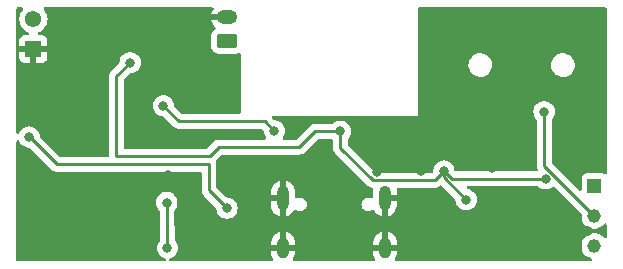
<source format=gbr>
%TF.GenerationSoftware,KiCad,Pcbnew,7.0.7*%
%TF.CreationDate,2024-02-01T23:59:20-06:00*%
%TF.ProjectId,Md-rev-1,4d642d72-6576-42d3-912e-6b696361645f,rev?*%
%TF.SameCoordinates,Original*%
%TF.FileFunction,Copper,L2,Bot*%
%TF.FilePolarity,Positive*%
%FSLAX46Y46*%
G04 Gerber Fmt 4.6, Leading zero omitted, Abs format (unit mm)*
G04 Created by KiCad (PCBNEW 7.0.7) date 2024-02-01 23:59:20*
%MOMM*%
%LPD*%
G01*
G04 APERTURE LIST*
G04 Aperture macros list*
%AMRoundRect*
0 Rectangle with rounded corners*
0 $1 Rounding radius*
0 $2 $3 $4 $5 $6 $7 $8 $9 X,Y pos of 4 corners*
0 Add a 4 corners polygon primitive as box body*
4,1,4,$2,$3,$4,$5,$6,$7,$8,$9,$2,$3,0*
0 Add four circle primitives for the rounded corners*
1,1,$1+$1,$2,$3*
1,1,$1+$1,$4,$5*
1,1,$1+$1,$6,$7*
1,1,$1+$1,$8,$9*
0 Add four rect primitives between the rounded corners*
20,1,$1+$1,$2,$3,$4,$5,0*
20,1,$1+$1,$4,$5,$6,$7,0*
20,1,$1+$1,$6,$7,$8,$9,0*
20,1,$1+$1,$8,$9,$2,$3,0*%
G04 Aperture macros list end*
%TA.AperFunction,ComponentPad*%
%ADD10R,1.160000X1.160000*%
%TD*%
%TA.AperFunction,ComponentPad*%
%ADD11C,1.160000*%
%TD*%
%TA.AperFunction,ComponentPad*%
%ADD12R,1.378000X1.378000*%
%TD*%
%TA.AperFunction,ComponentPad*%
%ADD13O,1.750000X1.200000*%
%TD*%
%TA.AperFunction,ComponentPad*%
%ADD14C,1.378000*%
%TD*%
%TA.AperFunction,ComponentPad*%
%ADD15RoundRect,0.250000X0.625000X-0.350000X0.625000X0.350000X-0.625000X0.350000X-0.625000X-0.350000X0*%
%TD*%
%TA.AperFunction,ComponentPad*%
%ADD16O,1.000000X2.100000*%
%TD*%
%TA.AperFunction,ComponentPad*%
%ADD17O,1.000000X1.800000*%
%TD*%
%TA.AperFunction,ViaPad*%
%ADD18C,0.800000*%
%TD*%
%TA.AperFunction,Conductor*%
%ADD19C,0.250000*%
%TD*%
G04 APERTURE END LIST*
D10*
%TO.P,,1*%
%TO.N,unconnected-(R9-Pad1)*%
X178940000Y-119260000D03*
%TD*%
D11*
%TO.P,,3*%
%TO.N,/OUTPUT*%
X178940000Y-124340000D03*
%TD*%
D12*
%TO.P,,1*%
%TO.N,GND*%
X131450000Y-107670000D03*
%TD*%
D13*
%TO.P,,2,2*%
%TO.N,GND*%
X147850000Y-105000000D03*
%TD*%
D14*
%TO.P,,2*%
%TO.N,VDD*%
X131450000Y-105130000D03*
%TD*%
D15*
%TO.P,,1,1*%
%TO.N,/VBAT*%
X147850000Y-107000000D03*
%TD*%
D11*
%TO.P,,2*%
%TO.N,Net-(J2-Pad2)*%
X178940000Y-121800000D03*
%TD*%
D16*
%TO.P,J1,S1,SHIELD*%
%TO.N,GND*%
X152580000Y-120325000D03*
D17*
X152580000Y-124505000D03*
D16*
X161220000Y-120325000D03*
D17*
X161220000Y-124505000D03*
%TD*%
D18*
%TO.N,Net-(D2-A)*%
X147840000Y-121160000D03*
X131080000Y-115130000D03*
%TO.N,GND*%
X170310000Y-117760000D03*
X164470000Y-114700000D03*
X170750000Y-114780000D03*
X179400000Y-114750000D03*
X145210000Y-123655000D03*
X160540000Y-118120000D03*
X161240000Y-114740000D03*
X142860000Y-118370000D03*
X178430000Y-123070000D03*
X173080000Y-105010000D03*
X164280000Y-117970000D03*
X167670000Y-114720000D03*
X168320000Y-123020000D03*
%TO.N,/5V*%
X142740000Y-120680000D03*
X142790000Y-124510000D03*
%TO.N,Net-(J2-Pad2)*%
X174690000Y-112980000D03*
%TO.N,/VBAT*%
X142450000Y-112480000D03*
X151850000Y-114620000D03*
%TO.N,VDD*%
X174820000Y-118660000D03*
X139630000Y-108830000D03*
X168080000Y-120420000D03*
X157430000Y-114640000D03*
X166200000Y-118010000D03*
%TD*%
D19*
%TO.N,Net-(D2-A)*%
X147840000Y-121160000D02*
X146310000Y-119630000D01*
X146310000Y-119630000D02*
X146310000Y-117450000D01*
X146310000Y-117450000D02*
X133460000Y-117450000D01*
X133460000Y-117450000D02*
X131140000Y-115130000D01*
X131080000Y-115130000D02*
X131080000Y-115070000D01*
X131140000Y-115130000D02*
X131080000Y-115130000D01*
X131080000Y-115070000D02*
X131140000Y-115130000D01*
%TO.N,/5V*%
X142790000Y-124510000D02*
X142740000Y-124510000D01*
X142740000Y-120680000D02*
X142790000Y-124510000D01*
%TO.N,Net-(J2-Pad2)*%
X174690000Y-112980000D02*
X174690000Y-117550000D01*
X174690000Y-117550000D02*
X178940000Y-121800000D01*
%TO.N,/VBAT*%
X143760000Y-113790000D02*
X142450000Y-112480000D01*
X151020000Y-113790000D02*
X143760000Y-113790000D01*
X151850000Y-114620000D02*
X151020000Y-113790000D01*
%TO.N,VDD*%
X166200000Y-118540000D02*
X166200000Y-118010000D01*
X160215000Y-118795000D02*
X157440000Y-116020000D01*
X155314595Y-114640000D02*
X153974595Y-115980000D01*
X157430000Y-114640000D02*
X157440000Y-114670000D01*
X157440000Y-116020000D02*
X157430000Y-114640000D01*
X146360000Y-116740000D02*
X138470000Y-116740000D01*
X147120000Y-115980000D02*
X146360000Y-116740000D01*
X138470000Y-109990000D02*
X139630000Y-108830000D01*
X166200000Y-118010000D02*
X165415000Y-118795000D01*
X174820000Y-118660000D02*
X166850000Y-118660000D01*
X166850000Y-118660000D02*
X166200000Y-118010000D01*
X153974595Y-115980000D02*
X147120000Y-115980000D01*
X138470000Y-116740000D02*
X138470000Y-109990000D01*
X168080000Y-120420000D02*
X166200000Y-118540000D01*
X157430000Y-114640000D02*
X155314595Y-114640000D01*
X165415000Y-118795000D02*
X160215000Y-118795000D01*
%TD*%
%TA.AperFunction,Conductor*%
%TO.N,GND*%
G36*
X156752950Y-115285185D02*
G01*
X156798705Y-115337989D01*
X156809908Y-115388602D01*
X156813896Y-115939046D01*
X156812427Y-115952845D01*
X156813060Y-115952905D01*
X156812326Y-115960664D01*
X156814571Y-116032093D01*
X156814802Y-116063890D01*
X156815389Y-116068280D01*
X156815904Y-116074542D01*
X156817290Y-116118626D01*
X156823640Y-116140481D01*
X156827469Y-116158640D01*
X156830486Y-116181205D01*
X156830489Y-116181218D01*
X156847017Y-116222092D01*
X156849077Y-116228039D01*
X156861381Y-116270388D01*
X156861384Y-116270395D01*
X156872970Y-116289986D01*
X156881193Y-116306618D01*
X156889729Y-116327727D01*
X156915918Y-116363229D01*
X156919381Y-116368460D01*
X156941829Y-116406419D01*
X156957923Y-116422513D01*
X156970024Y-116436576D01*
X156983545Y-116454906D01*
X157017730Y-116482771D01*
X157022390Y-116486980D01*
X158369198Y-117833788D01*
X159714194Y-119178784D01*
X159724019Y-119191048D01*
X159724240Y-119190866D01*
X159729210Y-119196873D01*
X159729213Y-119196876D01*
X159729214Y-119196877D01*
X159779651Y-119244241D01*
X159800530Y-119265120D01*
X159806004Y-119269366D01*
X159810442Y-119273156D01*
X159844418Y-119305062D01*
X159844422Y-119305064D01*
X159861973Y-119314713D01*
X159878231Y-119325392D01*
X159894064Y-119337674D01*
X159913086Y-119345905D01*
X159936837Y-119356183D01*
X159942081Y-119358752D01*
X159982908Y-119381197D01*
X160002312Y-119386179D01*
X160020710Y-119392478D01*
X160039105Y-119400438D01*
X160085129Y-119407726D01*
X160090832Y-119408907D01*
X160135981Y-119420500D01*
X160143539Y-119422441D01*
X160143200Y-119423758D01*
X160199665Y-119448379D01*
X160238447Y-119506498D01*
X160241551Y-119568437D01*
X160220000Y-119673308D01*
X160220000Y-120194615D01*
X160200315Y-120261654D01*
X160147511Y-120307409D01*
X160078353Y-120317353D01*
X160048548Y-120309176D01*
X159940239Y-120264314D01*
X159940237Y-120264313D01*
X159940236Y-120264313D01*
X159920039Y-120261654D01*
X159827727Y-120249500D01*
X159827720Y-120249500D01*
X159752280Y-120249500D01*
X159752272Y-120249500D01*
X159639764Y-120264313D01*
X159639763Y-120264313D01*
X159499770Y-120322300D01*
X159499767Y-120322301D01*
X159499767Y-120322302D01*
X159429985Y-120375848D01*
X159379549Y-120414549D01*
X159287300Y-120534770D01*
X159229313Y-120674763D01*
X159229312Y-120674765D01*
X159209534Y-120824999D01*
X159209534Y-120825000D01*
X159229312Y-120975234D01*
X159229313Y-120975236D01*
X159287124Y-121114805D01*
X159287302Y-121115233D01*
X159379549Y-121235451D01*
X159499767Y-121327698D01*
X159639764Y-121385687D01*
X159752280Y-121400500D01*
X159752287Y-121400500D01*
X159827713Y-121400500D01*
X159827720Y-121400500D01*
X159940236Y-121385687D01*
X160080233Y-121327698D01*
X160139578Y-121282160D01*
X160204746Y-121256966D01*
X160273191Y-121271004D01*
X160323181Y-121319817D01*
X160323483Y-121320358D01*
X160395005Y-121449215D01*
X160395005Y-121449216D01*
X160527478Y-121603530D01*
X160527479Y-121603531D01*
X160688304Y-121728018D01*
X160870907Y-121817589D01*
X160970000Y-121843244D01*
X160970000Y-121279978D01*
X160989685Y-121212939D01*
X161042489Y-121167184D01*
X161111647Y-121157240D01*
X161127926Y-121160709D01*
X161191840Y-121178895D01*
X161303521Y-121168546D01*
X161303526Y-121168543D01*
X161312063Y-121166115D01*
X161381930Y-121166701D01*
X161440390Y-121204966D01*
X161468881Y-121268763D01*
X161470000Y-121285381D01*
X161470000Y-121848366D01*
X161471944Y-121848069D01*
X161471945Y-121848069D01*
X161662660Y-121777436D01*
X161662664Y-121777434D01*
X161835267Y-121669850D01*
X161982668Y-121529735D01*
X161982669Y-121529733D01*
X162098856Y-121362804D01*
X162179059Y-121175907D01*
X162220000Y-120976690D01*
X162220000Y-120575000D01*
X161644000Y-120575000D01*
X161576961Y-120555315D01*
X161531206Y-120502511D01*
X161520000Y-120451000D01*
X161520000Y-120199000D01*
X161539685Y-120131961D01*
X161592489Y-120086206D01*
X161644000Y-120075000D01*
X162220000Y-120075000D01*
X162220000Y-119724286D01*
X162204581Y-119572666D01*
X162203923Y-119569462D01*
X162204072Y-119567661D01*
X162203945Y-119566407D01*
X162204178Y-119566383D01*
X162209710Y-119499832D01*
X162252222Y-119444384D01*
X162317963Y-119420722D01*
X162325385Y-119420500D01*
X165332257Y-119420500D01*
X165347877Y-119422224D01*
X165347904Y-119421939D01*
X165355660Y-119422671D01*
X165355667Y-119422673D01*
X165424814Y-119420500D01*
X165454350Y-119420500D01*
X165461228Y-119419630D01*
X165467041Y-119419172D01*
X165513627Y-119417709D01*
X165532869Y-119412117D01*
X165551912Y-119408174D01*
X165571792Y-119405664D01*
X165615122Y-119388507D01*
X165620646Y-119386617D01*
X165624396Y-119385527D01*
X165665390Y-119373618D01*
X165682629Y-119363422D01*
X165700103Y-119354862D01*
X165718727Y-119347488D01*
X165718727Y-119347487D01*
X165718732Y-119347486D01*
X165756449Y-119320082D01*
X165761305Y-119316892D01*
X165801420Y-119293170D01*
X165815589Y-119278999D01*
X165830379Y-119266368D01*
X165846587Y-119254594D01*
X165846590Y-119254589D01*
X165852274Y-119249254D01*
X165854316Y-119251428D01*
X165900589Y-119220133D01*
X165970439Y-119218494D01*
X166025986Y-119250577D01*
X167141038Y-120365629D01*
X167174523Y-120426952D01*
X167176678Y-120440348D01*
X167181987Y-120490857D01*
X167194326Y-120608256D01*
X167194327Y-120608259D01*
X167252818Y-120788277D01*
X167252821Y-120788284D01*
X167347467Y-120952216D01*
X167452576Y-121068951D01*
X167474129Y-121092888D01*
X167627265Y-121204148D01*
X167627270Y-121204151D01*
X167800192Y-121281142D01*
X167800197Y-121281144D01*
X167985354Y-121320500D01*
X167985355Y-121320500D01*
X168174644Y-121320500D01*
X168174646Y-121320500D01*
X168359803Y-121281144D01*
X168532730Y-121204151D01*
X168685871Y-121092888D01*
X168812533Y-120952216D01*
X168907179Y-120788284D01*
X168965674Y-120608256D01*
X168985460Y-120420000D01*
X168965674Y-120231744D01*
X168907179Y-120051716D01*
X168812533Y-119887784D01*
X168685871Y-119747112D01*
X168685870Y-119747111D01*
X168532734Y-119635851D01*
X168532729Y-119635848D01*
X168359807Y-119558857D01*
X168359802Y-119558855D01*
X168230857Y-119531448D01*
X168227760Y-119530789D01*
X168166279Y-119497598D01*
X168132503Y-119436435D01*
X168137155Y-119366720D01*
X168178759Y-119310588D01*
X168244107Y-119285859D01*
X168253542Y-119285500D01*
X174116252Y-119285500D01*
X174183291Y-119305185D01*
X174208400Y-119326526D01*
X174214126Y-119332885D01*
X174214130Y-119332889D01*
X174367265Y-119444148D01*
X174367270Y-119444151D01*
X174540192Y-119521142D01*
X174540197Y-119521144D01*
X174725354Y-119560500D01*
X174725355Y-119560500D01*
X174914644Y-119560500D01*
X174914646Y-119560500D01*
X175099803Y-119521144D01*
X175272730Y-119444151D01*
X175390684Y-119358453D01*
X175431129Y-119329068D01*
X175432275Y-119330646D01*
X175486884Y-119304439D01*
X175556220Y-119313063D01*
X175594547Y-119339137D01*
X177830716Y-121575306D01*
X177864201Y-121636629D01*
X177866506Y-121674427D01*
X177854871Y-121799997D01*
X177854870Y-121800000D01*
X177873346Y-121999391D01*
X177873347Y-121999393D01*
X177928145Y-122191989D01*
X177928151Y-122192004D01*
X178017401Y-122371241D01*
X178017406Y-122371249D01*
X178138081Y-122531049D01*
X178265386Y-122647102D01*
X178286064Y-122665952D01*
X178456316Y-122771368D01*
X178643040Y-122843705D01*
X178839877Y-122880500D01*
X178839879Y-122880500D01*
X179040121Y-122880500D01*
X179040123Y-122880500D01*
X179236960Y-122843705D01*
X179423684Y-122771368D01*
X179593936Y-122665952D01*
X179741920Y-122531047D01*
X179776546Y-122485193D01*
X179832654Y-122443559D01*
X179902366Y-122438866D01*
X179963548Y-122472608D01*
X179996776Y-122534071D01*
X179999500Y-122559921D01*
X179999500Y-123580078D01*
X179979815Y-123647117D01*
X179927011Y-123692872D01*
X179857853Y-123702816D01*
X179794297Y-123673791D01*
X179776546Y-123654805D01*
X179741918Y-123608951D01*
X179593937Y-123474049D01*
X179593936Y-123474048D01*
X179529100Y-123433903D01*
X179423685Y-123368632D01*
X179423683Y-123368631D01*
X179272721Y-123310149D01*
X179236960Y-123296295D01*
X179040123Y-123259500D01*
X178839877Y-123259500D01*
X178643040Y-123296295D01*
X178643037Y-123296295D01*
X178643037Y-123296296D01*
X178456316Y-123368631D01*
X178456314Y-123368632D01*
X178286062Y-123474049D01*
X178138081Y-123608950D01*
X178017406Y-123768750D01*
X178017401Y-123768758D01*
X177928151Y-123947995D01*
X177928145Y-123948010D01*
X177873347Y-124140606D01*
X177873346Y-124140608D01*
X177854870Y-124339999D01*
X177854870Y-124340000D01*
X177873346Y-124539391D01*
X177873347Y-124539393D01*
X177928145Y-124731989D01*
X177928151Y-124732004D01*
X178017401Y-124911241D01*
X178017406Y-124911249D01*
X178138081Y-125071049D01*
X178260764Y-125182888D01*
X178286064Y-125205952D01*
X178415733Y-125286240D01*
X178440202Y-125301391D01*
X178456316Y-125311368D01*
X178643040Y-125383705D01*
X178643044Y-125383705D01*
X178643045Y-125383706D01*
X178648547Y-125385272D01*
X178648200Y-125386489D01*
X178704820Y-125415278D01*
X178740095Y-125475590D01*
X178737162Y-125545398D01*
X178696954Y-125602539D01*
X178632236Y-125628870D01*
X178619756Y-125629500D01*
X162171497Y-125629500D01*
X162104458Y-125609815D01*
X162058703Y-125557011D01*
X162048759Y-125487853D01*
X162069722Y-125434663D01*
X162098856Y-125392804D01*
X162179059Y-125205907D01*
X162220000Y-125006690D01*
X162220000Y-124755000D01*
X161644000Y-124755000D01*
X161576961Y-124735315D01*
X161531206Y-124682511D01*
X161520000Y-124631000D01*
X161520000Y-124379000D01*
X161539685Y-124311961D01*
X161592489Y-124266206D01*
X161644000Y-124255000D01*
X162220000Y-124255000D01*
X162220000Y-124054286D01*
X162204581Y-123902661D01*
X162143700Y-123708618D01*
X162143695Y-123708608D01*
X162044994Y-123530784D01*
X162044994Y-123530783D01*
X161912521Y-123376469D01*
X161912520Y-123376468D01*
X161751695Y-123251981D01*
X161569093Y-123162411D01*
X161470000Y-123136753D01*
X161470000Y-123700021D01*
X161450315Y-123767060D01*
X161397511Y-123812815D01*
X161328353Y-123822759D01*
X161312066Y-123819287D01*
X161248162Y-123801105D01*
X161248162Y-123801104D01*
X161136475Y-123811454D01*
X161127931Y-123813885D01*
X161058064Y-123813297D01*
X160999606Y-123775028D01*
X160971118Y-123711230D01*
X160970000Y-123694618D01*
X160970000Y-123131633D01*
X160968053Y-123131931D01*
X160968047Y-123131933D01*
X160777342Y-123202562D01*
X160777335Y-123202565D01*
X160604732Y-123310149D01*
X160457331Y-123450264D01*
X160457330Y-123450266D01*
X160341143Y-123617195D01*
X160260940Y-123804092D01*
X160220000Y-124003309D01*
X160220000Y-124255000D01*
X160796000Y-124255000D01*
X160863039Y-124274685D01*
X160908794Y-124327489D01*
X160920000Y-124379000D01*
X160920000Y-124631000D01*
X160900315Y-124698039D01*
X160847511Y-124743794D01*
X160796000Y-124755000D01*
X160220000Y-124755000D01*
X160220000Y-124955713D01*
X160235418Y-125107338D01*
X160296299Y-125301381D01*
X160296304Y-125301391D01*
X160376193Y-125445322D01*
X160391516Y-125513491D01*
X160367553Y-125579122D01*
X160311910Y-125621379D01*
X160267774Y-125629500D01*
X153531497Y-125629500D01*
X153464458Y-125609815D01*
X153418703Y-125557011D01*
X153408759Y-125487853D01*
X153429722Y-125434663D01*
X153458856Y-125392804D01*
X153539059Y-125205907D01*
X153580000Y-125006690D01*
X153580000Y-124755000D01*
X153004000Y-124755000D01*
X152936961Y-124735315D01*
X152891206Y-124682511D01*
X152880000Y-124631000D01*
X152880000Y-124379000D01*
X152899685Y-124311961D01*
X152952489Y-124266206D01*
X153004000Y-124255000D01*
X153580000Y-124255000D01*
X153580000Y-124054286D01*
X153564581Y-123902661D01*
X153503700Y-123708618D01*
X153503695Y-123708608D01*
X153404994Y-123530784D01*
X153404994Y-123530783D01*
X153272521Y-123376469D01*
X153272520Y-123376468D01*
X153111695Y-123251981D01*
X152929093Y-123162411D01*
X152830000Y-123136753D01*
X152830000Y-123700021D01*
X152810315Y-123767060D01*
X152757511Y-123812815D01*
X152688353Y-123822759D01*
X152672066Y-123819287D01*
X152608162Y-123801105D01*
X152608162Y-123801104D01*
X152496475Y-123811454D01*
X152487931Y-123813885D01*
X152418064Y-123813297D01*
X152359606Y-123775028D01*
X152331118Y-123711230D01*
X152330000Y-123694618D01*
X152330000Y-123131633D01*
X152328053Y-123131931D01*
X152328047Y-123131933D01*
X152137342Y-123202562D01*
X152137335Y-123202565D01*
X151964732Y-123310149D01*
X151817331Y-123450264D01*
X151817330Y-123450266D01*
X151701143Y-123617195D01*
X151620940Y-123804092D01*
X151580000Y-124003309D01*
X151580000Y-124255000D01*
X152156000Y-124255000D01*
X152223039Y-124274685D01*
X152268794Y-124327489D01*
X152280000Y-124379000D01*
X152280000Y-124631000D01*
X152260315Y-124698039D01*
X152207511Y-124743794D01*
X152156000Y-124755000D01*
X151580000Y-124755000D01*
X151580000Y-124955713D01*
X151595418Y-125107338D01*
X151656299Y-125301381D01*
X151656304Y-125301391D01*
X151736193Y-125445322D01*
X151751516Y-125513491D01*
X151727553Y-125579122D01*
X151671910Y-125621379D01*
X151627774Y-125629500D01*
X143034113Y-125629500D01*
X142967074Y-125609815D01*
X142921319Y-125557011D01*
X142911375Y-125487853D01*
X142940400Y-125424297D01*
X142999178Y-125386523D01*
X143008332Y-125384210D01*
X143019445Y-125381847D01*
X143069803Y-125371144D01*
X143242730Y-125294151D01*
X143395871Y-125182888D01*
X143522533Y-125042216D01*
X143617179Y-124878284D01*
X143675674Y-124698256D01*
X143695460Y-124510000D01*
X143675674Y-124321744D01*
X143617179Y-124141716D01*
X143537270Y-124003309D01*
X143522535Y-123977787D01*
X143522534Y-123977786D01*
X143522533Y-123977784D01*
X143438156Y-123884074D01*
X143407928Y-123821086D01*
X143406319Y-123802733D01*
X143374563Y-121370249D01*
X143393370Y-121302960D01*
X143406400Y-121285662D01*
X143472533Y-121212216D01*
X143567179Y-121048284D01*
X143625674Y-120868256D01*
X143645460Y-120680000D01*
X143625674Y-120491744D01*
X143567179Y-120311716D01*
X143472533Y-120147784D01*
X143345871Y-120007112D01*
X143313953Y-119983922D01*
X143192734Y-119895851D01*
X143192729Y-119895848D01*
X143019807Y-119818857D01*
X143019802Y-119818855D01*
X142868948Y-119786791D01*
X142834646Y-119779500D01*
X142645354Y-119779500D01*
X142612897Y-119786398D01*
X142460197Y-119818855D01*
X142460192Y-119818857D01*
X142287270Y-119895848D01*
X142287265Y-119895851D01*
X142134129Y-120007111D01*
X142007466Y-120147785D01*
X141912821Y-120311715D01*
X141912818Y-120311722D01*
X141855831Y-120487111D01*
X141854326Y-120491744D01*
X141834540Y-120680000D01*
X141854326Y-120868256D01*
X141854327Y-120868259D01*
X141912818Y-121048277D01*
X141912821Y-121048284D01*
X142007467Y-121212216D01*
X142091840Y-121305922D01*
X142122070Y-121368912D01*
X142123679Y-121387274D01*
X142155435Y-123819748D01*
X142136628Y-123887039D01*
X142123597Y-123904338D01*
X142057466Y-123977785D01*
X141962821Y-124141715D01*
X141962818Y-124141722D01*
X141904327Y-124321740D01*
X141904326Y-124321744D01*
X141884540Y-124510000D01*
X141904326Y-124698256D01*
X141904327Y-124698259D01*
X141962818Y-124878277D01*
X141962821Y-124878284D01*
X142057467Y-125042216D01*
X142153213Y-125148552D01*
X142184129Y-125182888D01*
X142337265Y-125294148D01*
X142337270Y-125294151D01*
X142510192Y-125371142D01*
X142510197Y-125371144D01*
X142571668Y-125384210D01*
X142633150Y-125417402D01*
X142666926Y-125478565D01*
X142662274Y-125548280D01*
X142620669Y-125604412D01*
X142555322Y-125629141D01*
X142545887Y-125629500D01*
X130124500Y-125629500D01*
X130057461Y-125609815D01*
X130011706Y-125557011D01*
X130000500Y-125505500D01*
X130000500Y-115504625D01*
X130020185Y-115437586D01*
X130072989Y-115391831D01*
X130142147Y-115381887D01*
X130205703Y-115410912D01*
X130242431Y-115466308D01*
X130252817Y-115498275D01*
X130252821Y-115498284D01*
X130347467Y-115662216D01*
X130474128Y-115802888D01*
X130474129Y-115802888D01*
X130627265Y-115914148D01*
X130627270Y-115914151D01*
X130800192Y-115991142D01*
X130800197Y-115991144D01*
X130985354Y-116030500D01*
X131104548Y-116030500D01*
X131171587Y-116050185D01*
X131192229Y-116066819D01*
X132959197Y-117833788D01*
X132969022Y-117846051D01*
X132969243Y-117845869D01*
X132974214Y-117851878D01*
X133000217Y-117876295D01*
X133024635Y-117899226D01*
X133045529Y-117920120D01*
X133051011Y-117924373D01*
X133055443Y-117928157D01*
X133089418Y-117960062D01*
X133106976Y-117969714D01*
X133123235Y-117980395D01*
X133139064Y-117992673D01*
X133181838Y-118011182D01*
X133187056Y-118013738D01*
X133227908Y-118036197D01*
X133247316Y-118041180D01*
X133265717Y-118047480D01*
X133284104Y-118055437D01*
X133327488Y-118062308D01*
X133330119Y-118062725D01*
X133335839Y-118063909D01*
X133380981Y-118075500D01*
X133401016Y-118075500D01*
X133420414Y-118077026D01*
X133440194Y-118080159D01*
X133440195Y-118080160D01*
X133440195Y-118080159D01*
X133440196Y-118080160D01*
X133486583Y-118075775D01*
X133492422Y-118075500D01*
X145560500Y-118075500D01*
X145627539Y-118095185D01*
X145673294Y-118147989D01*
X145684500Y-118199500D01*
X145684500Y-119547255D01*
X145682775Y-119562872D01*
X145683061Y-119562899D01*
X145682326Y-119570665D01*
X145684500Y-119639814D01*
X145684500Y-119669343D01*
X145684501Y-119669360D01*
X145685368Y-119676231D01*
X145685826Y-119682050D01*
X145687290Y-119728624D01*
X145687291Y-119728627D01*
X145692880Y-119747867D01*
X145696824Y-119766911D01*
X145698415Y-119779500D01*
X145699336Y-119786791D01*
X145716490Y-119830119D01*
X145718382Y-119835647D01*
X145731382Y-119880390D01*
X145740525Y-119895851D01*
X145741580Y-119897634D01*
X145750138Y-119915103D01*
X145757514Y-119933732D01*
X145784898Y-119971423D01*
X145788106Y-119976307D01*
X145811827Y-120016416D01*
X145811833Y-120016424D01*
X145825990Y-120030580D01*
X145838628Y-120045376D01*
X145843233Y-120051715D01*
X145850406Y-120061587D01*
X145875481Y-120082331D01*
X145886309Y-120091288D01*
X145890620Y-120095210D01*
X146403666Y-120608256D01*
X146901038Y-121105628D01*
X146934523Y-121166951D01*
X146936678Y-121180347D01*
X146940028Y-121212216D01*
X146954326Y-121348256D01*
X146954327Y-121348259D01*
X147012818Y-121528277D01*
X147012821Y-121528284D01*
X147107467Y-121692216D01*
X147220354Y-121817589D01*
X147234129Y-121832888D01*
X147387265Y-121944148D01*
X147387270Y-121944151D01*
X147560192Y-122021142D01*
X147560197Y-122021144D01*
X147745354Y-122060500D01*
X147745355Y-122060500D01*
X147934644Y-122060500D01*
X147934646Y-122060500D01*
X148119803Y-122021144D01*
X148292730Y-121944151D01*
X148445871Y-121832888D01*
X148572533Y-121692216D01*
X148667179Y-121528284D01*
X148725674Y-121348256D01*
X148745460Y-121160000D01*
X148725674Y-120971744D01*
X148710718Y-120925713D01*
X151580000Y-120925713D01*
X151595418Y-121077338D01*
X151656299Y-121271381D01*
X151656304Y-121271391D01*
X151755005Y-121449215D01*
X151755005Y-121449216D01*
X151887478Y-121603530D01*
X151887479Y-121603531D01*
X152048304Y-121728018D01*
X152230907Y-121817589D01*
X152330000Y-121843244D01*
X152330000Y-121279978D01*
X152349685Y-121212939D01*
X152402489Y-121167184D01*
X152471647Y-121157240D01*
X152487926Y-121160709D01*
X152551840Y-121178895D01*
X152663521Y-121168546D01*
X152663526Y-121168543D01*
X152672063Y-121166115D01*
X152741930Y-121166701D01*
X152800390Y-121204966D01*
X152828881Y-121268763D01*
X152830000Y-121285381D01*
X152830000Y-121848366D01*
X152831944Y-121848069D01*
X152831945Y-121848069D01*
X153022660Y-121777436D01*
X153022664Y-121777434D01*
X153195267Y-121669850D01*
X153342668Y-121529735D01*
X153342669Y-121529733D01*
X153458855Y-121362805D01*
X153471921Y-121332358D01*
X153516447Y-121278513D01*
X153583015Y-121257289D01*
X153650491Y-121275423D01*
X153661359Y-121282880D01*
X153664981Y-121285659D01*
X153719767Y-121327698D01*
X153859764Y-121385687D01*
X153972280Y-121400500D01*
X153972287Y-121400500D01*
X154047713Y-121400500D01*
X154047720Y-121400500D01*
X154160236Y-121385687D01*
X154300233Y-121327698D01*
X154420451Y-121235451D01*
X154512698Y-121115233D01*
X154570687Y-120975236D01*
X154590466Y-120825000D01*
X154570687Y-120674764D01*
X154512698Y-120534767D01*
X154420451Y-120414549D01*
X154300233Y-120322302D01*
X154300229Y-120322300D01*
X154207274Y-120283797D01*
X154160236Y-120264313D01*
X154140039Y-120261654D01*
X154047727Y-120249500D01*
X154047720Y-120249500D01*
X153972280Y-120249500D01*
X153972272Y-120249500D01*
X153859764Y-120264313D01*
X153859760Y-120264314D01*
X153751452Y-120309176D01*
X153681982Y-120316645D01*
X153619503Y-120285369D01*
X153583852Y-120225280D01*
X153580000Y-120194615D01*
X153580000Y-119724286D01*
X153564581Y-119572661D01*
X153503700Y-119378618D01*
X153503695Y-119378608D01*
X153404994Y-119200784D01*
X153404994Y-119200783D01*
X153272521Y-119046469D01*
X153272520Y-119046468D01*
X153111695Y-118921981D01*
X152929093Y-118832411D01*
X152830000Y-118806753D01*
X152830000Y-119370021D01*
X152810315Y-119437060D01*
X152757511Y-119482815D01*
X152688353Y-119492759D01*
X152672066Y-119489287D01*
X152608162Y-119471105D01*
X152608162Y-119471104D01*
X152496475Y-119481454D01*
X152487931Y-119483885D01*
X152418064Y-119483297D01*
X152359606Y-119445028D01*
X152331118Y-119381230D01*
X152330000Y-119364618D01*
X152330000Y-118801633D01*
X152328053Y-118801931D01*
X152328047Y-118801933D01*
X152137342Y-118872562D01*
X152137335Y-118872565D01*
X151964732Y-118980149D01*
X151817331Y-119120264D01*
X151817330Y-119120266D01*
X151701143Y-119287195D01*
X151620940Y-119474092D01*
X151580000Y-119673309D01*
X151580000Y-120075000D01*
X152156000Y-120075000D01*
X152223039Y-120094685D01*
X152268794Y-120147489D01*
X152280000Y-120199000D01*
X152280000Y-120451000D01*
X152260315Y-120518039D01*
X152207511Y-120563794D01*
X152156000Y-120575000D01*
X151580000Y-120575000D01*
X151580000Y-120925713D01*
X148710718Y-120925713D01*
X148667179Y-120791716D01*
X148572533Y-120627784D01*
X148445871Y-120487112D01*
X148445870Y-120487111D01*
X148292734Y-120375851D01*
X148292729Y-120375848D01*
X148119807Y-120298857D01*
X148119802Y-120298855D01*
X147957294Y-120264314D01*
X147934646Y-120259500D01*
X147934645Y-120259500D01*
X147875452Y-120259500D01*
X147808413Y-120239815D01*
X147787771Y-120223181D01*
X146971819Y-119407228D01*
X146938334Y-119345905D01*
X146935500Y-119319547D01*
X146935500Y-117520844D01*
X146937697Y-117497606D01*
X146939227Y-117489588D01*
X146935621Y-117432275D01*
X146935500Y-117428403D01*
X146935500Y-117410650D01*
X146933270Y-117393002D01*
X146932910Y-117389191D01*
X146929304Y-117331862D01*
X146926779Y-117324092D01*
X146921687Y-117301314D01*
X146920664Y-117293208D01*
X146899520Y-117239806D01*
X146898211Y-117236170D01*
X146884956Y-117195377D01*
X146882962Y-117125539D01*
X146915203Y-117069385D01*
X147342773Y-116641816D01*
X147404095Y-116608334D01*
X147430453Y-116605500D01*
X153891852Y-116605500D01*
X153907472Y-116607224D01*
X153907499Y-116606939D01*
X153915255Y-116607671D01*
X153915262Y-116607673D01*
X153984409Y-116605500D01*
X154013945Y-116605500D01*
X154020823Y-116604630D01*
X154026636Y-116604172D01*
X154073222Y-116602709D01*
X154092464Y-116597117D01*
X154111507Y-116593174D01*
X154131387Y-116590664D01*
X154174717Y-116573507D01*
X154180241Y-116571617D01*
X154183991Y-116570527D01*
X154224985Y-116558618D01*
X154242224Y-116548422D01*
X154259698Y-116539862D01*
X154278322Y-116532488D01*
X154278322Y-116532487D01*
X154278327Y-116532486D01*
X154316044Y-116505082D01*
X154320900Y-116501892D01*
X154361015Y-116478170D01*
X154375184Y-116463999D01*
X154389974Y-116451368D01*
X154406182Y-116439594D01*
X154435894Y-116403676D01*
X154439807Y-116399376D01*
X155537366Y-115301819D01*
X155598690Y-115268334D01*
X155625048Y-115265500D01*
X156685911Y-115265500D01*
X156752950Y-115285185D01*
G37*
%TD.AperFunction*%
%TA.AperFunction,Conductor*%
G36*
X179942539Y-104160185D02*
G01*
X179988294Y-104212989D01*
X179999500Y-104264500D01*
X179999499Y-118166026D01*
X179979814Y-118233065D01*
X179927010Y-118278820D01*
X179857852Y-118288764D01*
X179801188Y-118265292D01*
X179762331Y-118236204D01*
X179762328Y-118236202D01*
X179627482Y-118185908D01*
X179627483Y-118185908D01*
X179567883Y-118179501D01*
X179567881Y-118179500D01*
X179567873Y-118179500D01*
X179567864Y-118179500D01*
X178312129Y-118179500D01*
X178312123Y-118179501D01*
X178252516Y-118185908D01*
X178117671Y-118236202D01*
X178117664Y-118236206D01*
X178002455Y-118322452D01*
X178002452Y-118322455D01*
X177916206Y-118437664D01*
X177916202Y-118437671D01*
X177865908Y-118572517D01*
X177859501Y-118632116D01*
X177859500Y-118632135D01*
X177859500Y-119535547D01*
X177839815Y-119602586D01*
X177787011Y-119648341D01*
X177717853Y-119658285D01*
X177654297Y-119629260D01*
X177647819Y-119623228D01*
X175351819Y-117327228D01*
X175318334Y-117265905D01*
X175315500Y-117239547D01*
X175315500Y-113678687D01*
X175335185Y-113611648D01*
X175347350Y-113595715D01*
X175365891Y-113575122D01*
X175422533Y-113512216D01*
X175517179Y-113348284D01*
X175575674Y-113168256D01*
X175595460Y-112980000D01*
X175575674Y-112791744D01*
X175517179Y-112611716D01*
X175422533Y-112447784D01*
X175295871Y-112307112D01*
X175274719Y-112291744D01*
X175142734Y-112195851D01*
X175142729Y-112195848D01*
X174969807Y-112118857D01*
X174969802Y-112118855D01*
X174824000Y-112087865D01*
X174784646Y-112079500D01*
X174595354Y-112079500D01*
X174562897Y-112086398D01*
X174410197Y-112118855D01*
X174410192Y-112118857D01*
X174237270Y-112195848D01*
X174237265Y-112195851D01*
X174084129Y-112307111D01*
X173957466Y-112447785D01*
X173862821Y-112611715D01*
X173862818Y-112611722D01*
X173804327Y-112791740D01*
X173804326Y-112791744D01*
X173784540Y-112980000D01*
X173804326Y-113168256D01*
X173804327Y-113168259D01*
X173862818Y-113348277D01*
X173862821Y-113348284D01*
X173957466Y-113512215D01*
X174032649Y-113595715D01*
X174062879Y-113658707D01*
X174064499Y-113678687D01*
X174064500Y-117467255D01*
X174062775Y-117482872D01*
X174063061Y-117482899D01*
X174062326Y-117490665D01*
X174064500Y-117559814D01*
X174064500Y-117589343D01*
X174064501Y-117589360D01*
X174065368Y-117596231D01*
X174065826Y-117602050D01*
X174067290Y-117648624D01*
X174067291Y-117648627D01*
X174072880Y-117667867D01*
X174076824Y-117686911D01*
X174079336Y-117706791D01*
X174096490Y-117750119D01*
X174098382Y-117755647D01*
X174111381Y-117800388D01*
X174121580Y-117817634D01*
X174130136Y-117835100D01*
X174133450Y-117843469D01*
X174140386Y-117860984D01*
X174138316Y-117861803D01*
X174150929Y-117918988D01*
X174126702Y-117984523D01*
X174070890Y-118026556D01*
X174027220Y-118034500D01*
X167219685Y-118034500D01*
X167152646Y-118014815D01*
X167106891Y-117962011D01*
X167096365Y-117923464D01*
X167085674Y-117821744D01*
X167027179Y-117641716D01*
X166932533Y-117477784D01*
X166805871Y-117337112D01*
X166787955Y-117324095D01*
X166652734Y-117225851D01*
X166652729Y-117225848D01*
X166479807Y-117148857D01*
X166479802Y-117148855D01*
X166334000Y-117117865D01*
X166294646Y-117109500D01*
X166105354Y-117109500D01*
X166072897Y-117116398D01*
X165920197Y-117148855D01*
X165920192Y-117148857D01*
X165747270Y-117225848D01*
X165747265Y-117225851D01*
X165594129Y-117337111D01*
X165467466Y-117477785D01*
X165372821Y-117641715D01*
X165372818Y-117641722D01*
X165336715Y-117752837D01*
X165314326Y-117821744D01*
X165297218Y-117984523D01*
X165296679Y-117989649D01*
X165270094Y-118054263D01*
X165261040Y-118064368D01*
X165192228Y-118133181D01*
X165130905Y-118166666D01*
X165104546Y-118169500D01*
X160525452Y-118169500D01*
X160458413Y-118149815D01*
X160437771Y-118133181D01*
X158099572Y-115794981D01*
X158066087Y-115733658D01*
X158063256Y-115708204D01*
X158060544Y-115333983D01*
X158079742Y-115266805D01*
X158092387Y-115250120D01*
X158162533Y-115172216D01*
X158257179Y-115008284D01*
X158315674Y-114828256D01*
X158335460Y-114640000D01*
X158315674Y-114451744D01*
X158257179Y-114271716D01*
X158162533Y-114107784D01*
X158035871Y-113967112D01*
X158035870Y-113967111D01*
X157882734Y-113855851D01*
X157882729Y-113855848D01*
X157709807Y-113778857D01*
X157709802Y-113778855D01*
X157564000Y-113747865D01*
X157524646Y-113739500D01*
X157335354Y-113739500D01*
X157302897Y-113746398D01*
X157150197Y-113778855D01*
X157150192Y-113778857D01*
X156977270Y-113855848D01*
X156977265Y-113855851D01*
X156824130Y-113967110D01*
X156824126Y-113967114D01*
X156818400Y-113973474D01*
X156758913Y-114010121D01*
X156726252Y-114014500D01*
X155397333Y-114014500D01*
X155381716Y-114012776D01*
X155381689Y-114013062D01*
X155373927Y-114012327D01*
X155304799Y-114014500D01*
X155275245Y-114014500D01*
X155274524Y-114014590D01*
X155268352Y-114015369D01*
X155262540Y-114015826D01*
X155215968Y-114017290D01*
X155215967Y-114017290D01*
X155196724Y-114022881D01*
X155177674Y-114026825D01*
X155157806Y-114029334D01*
X155157804Y-114029335D01*
X155114479Y-114046488D01*
X155108952Y-114048380D01*
X155064205Y-114061381D01*
X155064204Y-114061382D01*
X155046962Y-114071579D01*
X155029494Y-114080137D01*
X155010864Y-114087513D01*
X155010862Y-114087514D01*
X154973171Y-114114898D01*
X154968289Y-114118105D01*
X154928174Y-114141830D01*
X154914003Y-114156000D01*
X154899218Y-114168628D01*
X154883007Y-114180407D01*
X154853304Y-114216310D01*
X154849372Y-114220631D01*
X153751823Y-115318181D01*
X153690500Y-115351666D01*
X153664142Y-115354500D01*
X152678904Y-115354500D01*
X152611865Y-115334815D01*
X152566110Y-115282011D01*
X152556166Y-115212853D01*
X152580774Y-115158967D01*
X152578715Y-115157471D01*
X152582529Y-115152220D01*
X152582533Y-115152216D01*
X152677179Y-114988284D01*
X152735674Y-114808256D01*
X152755460Y-114620000D01*
X152735674Y-114431744D01*
X152677179Y-114251716D01*
X152582533Y-114087784D01*
X152455871Y-113947112D01*
X152455870Y-113947111D01*
X152302734Y-113835851D01*
X152302729Y-113835848D01*
X152129807Y-113758857D01*
X152129802Y-113758855D01*
X151984001Y-113727865D01*
X151944646Y-113719500D01*
X151944645Y-113719500D01*
X151885453Y-113719500D01*
X151818414Y-113699815D01*
X151797772Y-113683181D01*
X151666772Y-113552181D01*
X151633287Y-113490858D01*
X151638271Y-113421166D01*
X151680143Y-113365233D01*
X151745607Y-113340816D01*
X151754453Y-113340500D01*
X163975240Y-113340500D01*
X163975383Y-113340528D01*
X163975384Y-113340524D01*
X163999997Y-113340539D01*
X164000000Y-113340541D01*
X164000383Y-113340383D01*
X164000500Y-113340099D01*
X164000541Y-113340000D01*
X164000540Y-113339997D01*
X164000583Y-113315889D01*
X164000500Y-113315467D01*
X164000500Y-109080936D01*
X168275631Y-109080936D01*
X168306442Y-109282063D01*
X168306445Y-109282075D01*
X168377111Y-109472881D01*
X168377113Y-109472884D01*
X168377114Y-109472887D01*
X168395814Y-109502888D01*
X168484745Y-109645567D01*
X168484749Y-109645572D01*
X168600003Y-109766819D01*
X168624941Y-109793053D01*
X168725463Y-109863018D01*
X168791949Y-109909294D01*
X168791950Y-109909294D01*
X168791951Y-109909295D01*
X168978942Y-109989540D01*
X169178259Y-110030500D01*
X169330743Y-110030500D01*
X169482439Y-110015074D01*
X169676579Y-109954162D01*
X169676580Y-109954161D01*
X169676588Y-109954159D01*
X169854502Y-109855409D01*
X170008895Y-109722866D01*
X170133448Y-109561958D01*
X170223060Y-109379271D01*
X170274063Y-109182285D01*
X170279203Y-109080936D01*
X175275631Y-109080936D01*
X175306442Y-109282063D01*
X175306445Y-109282075D01*
X175377111Y-109472881D01*
X175377113Y-109472884D01*
X175377114Y-109472887D01*
X175395814Y-109502888D01*
X175484745Y-109645567D01*
X175484749Y-109645572D01*
X175600003Y-109766819D01*
X175624941Y-109793053D01*
X175725463Y-109863018D01*
X175791949Y-109909294D01*
X175791950Y-109909294D01*
X175791951Y-109909295D01*
X175978942Y-109989540D01*
X176178259Y-110030500D01*
X176330743Y-110030500D01*
X176482439Y-110015074D01*
X176676579Y-109954162D01*
X176676580Y-109954161D01*
X176676588Y-109954159D01*
X176854502Y-109855409D01*
X177008895Y-109722866D01*
X177133448Y-109561958D01*
X177223060Y-109379271D01*
X177274063Y-109182285D01*
X177284369Y-108979064D01*
X177253556Y-108777929D01*
X177203119Y-108641744D01*
X177182888Y-108587118D01*
X177182887Y-108587117D01*
X177182886Y-108587113D01*
X177075252Y-108414429D01*
X176935059Y-108266947D01*
X176836587Y-108198409D01*
X176768050Y-108150705D01*
X176581056Y-108070459D01*
X176381741Y-108029500D01*
X176229258Y-108029500D01*
X176229257Y-108029500D01*
X176077560Y-108044925D01*
X175883420Y-108105837D01*
X175883405Y-108105844D01*
X175705500Y-108204589D01*
X175705495Y-108204592D01*
X175551106Y-108337132D01*
X175551104Y-108337134D01*
X175426554Y-108498037D01*
X175426553Y-108498040D01*
X175336940Y-108680728D01*
X175285937Y-108877714D01*
X175275631Y-109080936D01*
X170279203Y-109080936D01*
X170284369Y-108979064D01*
X170253556Y-108777929D01*
X170203119Y-108641744D01*
X170182888Y-108587118D01*
X170182887Y-108587117D01*
X170182886Y-108587113D01*
X170075252Y-108414429D01*
X169935059Y-108266947D01*
X169836587Y-108198409D01*
X169768050Y-108150705D01*
X169581056Y-108070459D01*
X169381741Y-108029500D01*
X169229258Y-108029500D01*
X169229257Y-108029500D01*
X169077560Y-108044925D01*
X168883420Y-108105837D01*
X168883405Y-108105844D01*
X168705500Y-108204589D01*
X168705495Y-108204592D01*
X168551106Y-108337132D01*
X168551104Y-108337134D01*
X168426554Y-108498037D01*
X168426553Y-108498040D01*
X168336940Y-108680728D01*
X168285937Y-108877714D01*
X168275631Y-109080936D01*
X164000500Y-109080936D01*
X164000500Y-104264500D01*
X164020185Y-104197461D01*
X164072989Y-104151706D01*
X164124500Y-104140500D01*
X179875500Y-104140500D01*
X179942539Y-104160185D01*
G37*
%TD.AperFunction*%
%TA.AperFunction,Conductor*%
G36*
X130524680Y-104160185D02*
G01*
X130570435Y-104212989D01*
X130580379Y-104282147D01*
X130556595Y-104339227D01*
X130434335Y-104501123D01*
X130434330Y-104501131D01*
X130336073Y-104698458D01*
X130336071Y-104698462D01*
X130336072Y-104698462D01*
X130281107Y-104891647D01*
X130275743Y-104910498D01*
X130255404Y-105129999D01*
X130255404Y-105130000D01*
X130275743Y-105349501D01*
X130275743Y-105349503D01*
X130275744Y-105349506D01*
X130336072Y-105561538D01*
X130336073Y-105561541D01*
X130434330Y-105758868D01*
X130434335Y-105758876D01*
X130567184Y-105934796D01*
X130730094Y-106083307D01*
X130730096Y-106083309D01*
X130917519Y-106199356D01*
X130917520Y-106199356D01*
X130917523Y-106199358D01*
X131025978Y-106241374D01*
X131081378Y-106283946D01*
X131104969Y-106349713D01*
X131089258Y-106417793D01*
X131039234Y-106466572D01*
X130981183Y-106481000D01*
X130713155Y-106481000D01*
X130653627Y-106487401D01*
X130653620Y-106487403D01*
X130518913Y-106537645D01*
X130518906Y-106537649D01*
X130403812Y-106623809D01*
X130403809Y-106623812D01*
X130317649Y-106738906D01*
X130317645Y-106738913D01*
X130267403Y-106873620D01*
X130267401Y-106873627D01*
X130261000Y-106933155D01*
X130261000Y-106933172D01*
X130260999Y-107420000D01*
X130905384Y-107420000D01*
X130972423Y-107439685D01*
X131018178Y-107492489D01*
X131028122Y-107561647D01*
X131026277Y-107571579D01*
X131011317Y-107637125D01*
X131011316Y-107637125D01*
X131021116Y-107767885D01*
X131021235Y-107768406D01*
X131021199Y-107768991D01*
X131021811Y-107777156D01*
X131020693Y-107777239D01*
X131016962Y-107838145D01*
X130975664Y-107894503D01*
X130910453Y-107919587D01*
X130900344Y-107920000D01*
X130261000Y-107920000D01*
X130261000Y-108406844D01*
X130267401Y-108466372D01*
X130267403Y-108466379D01*
X130317645Y-108601086D01*
X130317649Y-108601093D01*
X130403809Y-108716187D01*
X130403812Y-108716190D01*
X130518906Y-108802350D01*
X130518913Y-108802354D01*
X130653620Y-108852596D01*
X130653627Y-108852598D01*
X130713155Y-108858999D01*
X130713172Y-108859000D01*
X131200000Y-108859000D01*
X131200000Y-108216123D01*
X131219685Y-108149084D01*
X131272489Y-108103329D01*
X131341647Y-108093385D01*
X131360548Y-108097632D01*
X131384434Y-108105000D01*
X131384435Y-108105000D01*
X131482595Y-108105000D01*
X131482596Y-108105000D01*
X131557519Y-108093707D01*
X131626742Y-108103180D01*
X131679857Y-108148574D01*
X131699997Y-108215478D01*
X131700000Y-108216322D01*
X131699999Y-108858999D01*
X131700000Y-108859000D01*
X132186828Y-108859000D01*
X132186844Y-108858999D01*
X132246372Y-108852598D01*
X132246379Y-108852596D01*
X132381086Y-108802354D01*
X132381093Y-108802350D01*
X132496187Y-108716190D01*
X132496190Y-108716187D01*
X132582350Y-108601093D01*
X132582354Y-108601086D01*
X132632596Y-108466379D01*
X132632598Y-108466372D01*
X132638999Y-108406844D01*
X132639000Y-108406827D01*
X132639000Y-107920000D01*
X131994616Y-107920000D01*
X131927577Y-107900315D01*
X131881822Y-107847511D01*
X131871878Y-107778353D01*
X131873722Y-107768420D01*
X131888683Y-107702875D01*
X131886169Y-107669336D01*
X131878883Y-107572114D01*
X131878883Y-107572110D01*
X131878880Y-107572104D01*
X131878765Y-107571594D01*
X131878800Y-107571008D01*
X131878189Y-107562844D01*
X131879306Y-107562760D01*
X131883038Y-107501855D01*
X131924336Y-107445497D01*
X131989547Y-107420413D01*
X131999656Y-107420000D01*
X132639000Y-107420000D01*
X132639000Y-106933172D01*
X132638999Y-106933155D01*
X132632598Y-106873627D01*
X132632596Y-106873620D01*
X132582354Y-106738913D01*
X132582350Y-106738906D01*
X132496190Y-106623812D01*
X132496187Y-106623809D01*
X132381093Y-106537649D01*
X132381086Y-106537645D01*
X132246379Y-106487403D01*
X132246372Y-106487401D01*
X132186844Y-106481000D01*
X131918817Y-106481000D01*
X131851778Y-106461315D01*
X131806023Y-106408511D01*
X131796079Y-106339353D01*
X131825104Y-106275797D01*
X131874020Y-106241374D01*
X131982477Y-106199358D01*
X132169905Y-106083308D01*
X132332817Y-105934794D01*
X132465666Y-105758874D01*
X132563928Y-105561538D01*
X132624256Y-105349506D01*
X132644596Y-105130000D01*
X132624256Y-104910494D01*
X132563928Y-104698462D01*
X132547583Y-104665637D01*
X132465669Y-104501131D01*
X132465664Y-104501123D01*
X132343405Y-104339227D01*
X132318713Y-104273866D01*
X132333278Y-104205531D01*
X132382475Y-104155919D01*
X132442359Y-104140500D01*
X146592729Y-104140500D01*
X146659768Y-104160185D01*
X146705523Y-104212989D01*
X146715467Y-104282147D01*
X146686443Y-104345702D01*
X146674893Y-104359030D01*
X146674885Y-104359041D01*
X146569855Y-104540960D01*
X146569852Y-104540967D01*
X146501144Y-104739482D01*
X146501144Y-104739484D01*
X146499632Y-104750000D01*
X147361808Y-104750000D01*
X147428847Y-104769685D01*
X147474602Y-104822489D01*
X147484546Y-104891647D01*
X147482013Y-104904441D01*
X147481448Y-104906670D01*
X147471113Y-105031392D01*
X147487363Y-105095560D01*
X147484738Y-105165381D01*
X147444781Y-105222698D01*
X147380180Y-105249314D01*
X147367157Y-105250000D01*
X146503742Y-105250000D01*
X146530770Y-105361409D01*
X146618040Y-105552507D01*
X146739889Y-105723619D01*
X146739900Y-105723631D01*
X146842521Y-105821479D01*
X146877457Y-105881987D01*
X146874132Y-105951778D01*
X146833604Y-106008692D01*
X146822049Y-106016760D01*
X146756347Y-106057285D01*
X146756343Y-106057288D01*
X146632289Y-106181342D01*
X146540187Y-106330663D01*
X146540185Y-106330666D01*
X146540186Y-106330666D01*
X146485001Y-106497203D01*
X146485001Y-106497204D01*
X146485000Y-106497204D01*
X146474500Y-106599983D01*
X146474500Y-107400001D01*
X146474501Y-107400019D01*
X146485000Y-107502796D01*
X146485001Y-107502799D01*
X146507604Y-107571008D01*
X146540186Y-107669334D01*
X146632288Y-107818656D01*
X146756344Y-107942712D01*
X146905666Y-108034814D01*
X147072203Y-108089999D01*
X147174991Y-108100500D01*
X148525008Y-108100499D01*
X148627797Y-108089999D01*
X148794334Y-108034814D01*
X148810404Y-108024901D01*
X148877795Y-108006462D01*
X148944459Y-108027384D01*
X148989229Y-108081026D01*
X148999500Y-108130441D01*
X148999500Y-113040500D01*
X148979815Y-113107539D01*
X148927011Y-113153294D01*
X148875500Y-113164500D01*
X144070452Y-113164500D01*
X144003413Y-113144815D01*
X143982771Y-113128181D01*
X143388960Y-112534369D01*
X143355475Y-112473046D01*
X143353323Y-112459668D01*
X143335674Y-112291744D01*
X143277179Y-112111716D01*
X143182533Y-111947784D01*
X143055871Y-111807112D01*
X143055870Y-111807111D01*
X142902734Y-111695851D01*
X142902729Y-111695848D01*
X142729807Y-111618857D01*
X142729802Y-111618855D01*
X142584000Y-111587865D01*
X142544646Y-111579500D01*
X142355354Y-111579500D01*
X142322897Y-111586398D01*
X142170197Y-111618855D01*
X142170192Y-111618857D01*
X141997270Y-111695848D01*
X141997265Y-111695851D01*
X141844129Y-111807111D01*
X141717466Y-111947785D01*
X141622821Y-112111715D01*
X141622818Y-112111722D01*
X141564327Y-112291740D01*
X141564326Y-112291744D01*
X141544540Y-112480000D01*
X141564326Y-112668256D01*
X141564327Y-112668259D01*
X141622818Y-112848277D01*
X141622821Y-112848284D01*
X141717467Y-113012216D01*
X141821883Y-113128181D01*
X141844129Y-113152888D01*
X141997265Y-113264148D01*
X141997270Y-113264151D01*
X142170192Y-113341142D01*
X142170197Y-113341144D01*
X142355354Y-113380500D01*
X142414548Y-113380500D01*
X142481587Y-113400185D01*
X142502229Y-113416819D01*
X143259194Y-114173784D01*
X143269019Y-114186048D01*
X143269240Y-114185866D01*
X143274210Y-114191873D01*
X143274213Y-114191876D01*
X143274214Y-114191877D01*
X143324651Y-114239241D01*
X143345530Y-114260120D01*
X143351004Y-114264366D01*
X143355442Y-114268156D01*
X143389418Y-114300062D01*
X143389422Y-114300064D01*
X143406973Y-114309713D01*
X143423231Y-114320392D01*
X143439064Y-114332674D01*
X143461015Y-114342172D01*
X143481837Y-114351183D01*
X143487081Y-114353752D01*
X143527908Y-114376197D01*
X143547312Y-114381179D01*
X143565710Y-114387478D01*
X143584105Y-114395438D01*
X143630129Y-114402726D01*
X143635832Y-114403907D01*
X143680981Y-114415500D01*
X143701016Y-114415500D01*
X143720413Y-114417026D01*
X143740196Y-114420160D01*
X143786583Y-114415775D01*
X143792422Y-114415500D01*
X150709548Y-114415500D01*
X150776587Y-114435185D01*
X150797223Y-114451814D01*
X150911039Y-114565630D01*
X150944523Y-114626952D01*
X150946678Y-114640348D01*
X150954968Y-114719227D01*
X150964326Y-114808256D01*
X150964327Y-114808259D01*
X151022818Y-114988277D01*
X151022821Y-114988284D01*
X151117466Y-115152215D01*
X151121285Y-115157471D01*
X151118859Y-115159233D01*
X151143472Y-115210499D01*
X151134859Y-115279835D01*
X151090127Y-115333509D01*
X151023478Y-115354477D01*
X151021096Y-115354500D01*
X147202737Y-115354500D01*
X147187120Y-115352776D01*
X147187093Y-115353062D01*
X147179331Y-115352327D01*
X147110203Y-115354500D01*
X147080650Y-115354500D01*
X147079929Y-115354590D01*
X147073757Y-115355369D01*
X147067945Y-115355826D01*
X147021378Y-115357290D01*
X147021367Y-115357292D01*
X147002134Y-115362879D01*
X146983094Y-115366822D01*
X146963217Y-115369334D01*
X146963210Y-115369335D01*
X146963208Y-115369336D01*
X146963206Y-115369336D01*
X146963205Y-115369337D01*
X146919868Y-115386494D01*
X146914342Y-115388386D01*
X146869611Y-115401382D01*
X146869608Y-115401383D01*
X146852363Y-115411581D01*
X146834901Y-115420135D01*
X146816272Y-115427511D01*
X146816267Y-115427513D01*
X146778564Y-115454906D01*
X146773682Y-115458112D01*
X146733580Y-115481828D01*
X146719408Y-115496000D01*
X146704623Y-115508628D01*
X146688412Y-115520407D01*
X146658709Y-115556310D01*
X146654777Y-115560631D01*
X146137228Y-116078181D01*
X146075905Y-116111666D01*
X146049547Y-116114500D01*
X139219500Y-116114500D01*
X139152461Y-116094815D01*
X139106706Y-116042011D01*
X139095500Y-115990500D01*
X139095500Y-110300452D01*
X139115185Y-110233413D01*
X139131819Y-110212771D01*
X139577771Y-109766819D01*
X139639094Y-109733334D01*
X139665452Y-109730500D01*
X139724644Y-109730500D01*
X139724646Y-109730500D01*
X139909803Y-109691144D01*
X140082730Y-109614151D01*
X140235871Y-109502888D01*
X140362533Y-109362216D01*
X140457179Y-109198284D01*
X140515674Y-109018256D01*
X140535460Y-108830000D01*
X140515674Y-108641744D01*
X140457179Y-108461716D01*
X140362533Y-108297784D01*
X140235871Y-108157112D01*
X140235870Y-108157111D01*
X140082734Y-108045851D01*
X140082729Y-108045848D01*
X139909807Y-107968857D01*
X139909802Y-107968855D01*
X139764000Y-107937865D01*
X139724646Y-107929500D01*
X139535354Y-107929500D01*
X139502897Y-107936398D01*
X139350197Y-107968855D01*
X139350192Y-107968857D01*
X139177270Y-108045848D01*
X139177265Y-108045851D01*
X139024129Y-108157111D01*
X138897466Y-108297785D01*
X138802821Y-108461715D01*
X138802818Y-108461722D01*
X138757534Y-108601093D01*
X138744326Y-108641744D01*
X138740229Y-108680728D01*
X138726679Y-108809649D01*
X138700094Y-108874263D01*
X138691039Y-108884368D01*
X138086208Y-109489199D01*
X138073951Y-109499020D01*
X138074134Y-109499241D01*
X138068123Y-109504213D01*
X138020772Y-109554636D01*
X137999889Y-109575519D01*
X137999877Y-109575532D01*
X137995621Y-109581017D01*
X137991837Y-109585447D01*
X137959937Y-109619418D01*
X137959936Y-109619420D01*
X137950284Y-109636976D01*
X137939610Y-109653226D01*
X137927329Y-109669061D01*
X137927324Y-109669068D01*
X137908815Y-109711838D01*
X137906245Y-109717084D01*
X137883803Y-109757906D01*
X137878822Y-109777307D01*
X137872521Y-109795710D01*
X137864562Y-109814102D01*
X137864561Y-109814105D01*
X137857271Y-109860127D01*
X137856087Y-109865846D01*
X137844501Y-109910972D01*
X137844500Y-109910982D01*
X137844500Y-109931016D01*
X137842973Y-109950415D01*
X137839840Y-109970194D01*
X137839840Y-109970195D01*
X137844225Y-110016583D01*
X137844500Y-110022421D01*
X137844500Y-116669152D01*
X137842305Y-116692382D01*
X137840772Y-116700415D01*
X137840283Y-116708200D01*
X137836730Y-116707976D01*
X137825168Y-116760288D01*
X137775599Y-116809529D01*
X137716534Y-116824500D01*
X133770453Y-116824500D01*
X133703414Y-116804815D01*
X133682772Y-116788181D01*
X132011914Y-115117323D01*
X131978429Y-115056000D01*
X131976274Y-115042604D01*
X131972667Y-115008284D01*
X131965674Y-114941744D01*
X131907179Y-114761716D01*
X131812533Y-114597784D01*
X131685871Y-114457112D01*
X131650955Y-114431744D01*
X131532734Y-114345851D01*
X131532729Y-114345848D01*
X131359807Y-114268857D01*
X131359802Y-114268855D01*
X131214000Y-114237865D01*
X131174646Y-114229500D01*
X130985354Y-114229500D01*
X130952897Y-114236398D01*
X130800197Y-114268855D01*
X130800192Y-114268857D01*
X130627270Y-114345848D01*
X130627265Y-114345851D01*
X130474129Y-114457111D01*
X130347466Y-114597785D01*
X130252821Y-114761715D01*
X130252818Y-114761722D01*
X130242431Y-114793692D01*
X130202993Y-114851368D01*
X130138635Y-114878566D01*
X130069788Y-114866651D01*
X130018313Y-114819407D01*
X130000500Y-114755374D01*
X130000500Y-104264500D01*
X130020185Y-104197461D01*
X130072989Y-104151706D01*
X130124500Y-104140500D01*
X130457641Y-104140500D01*
X130524680Y-104160185D01*
G37*
%TD.AperFunction*%
%TD*%
M02*

</source>
